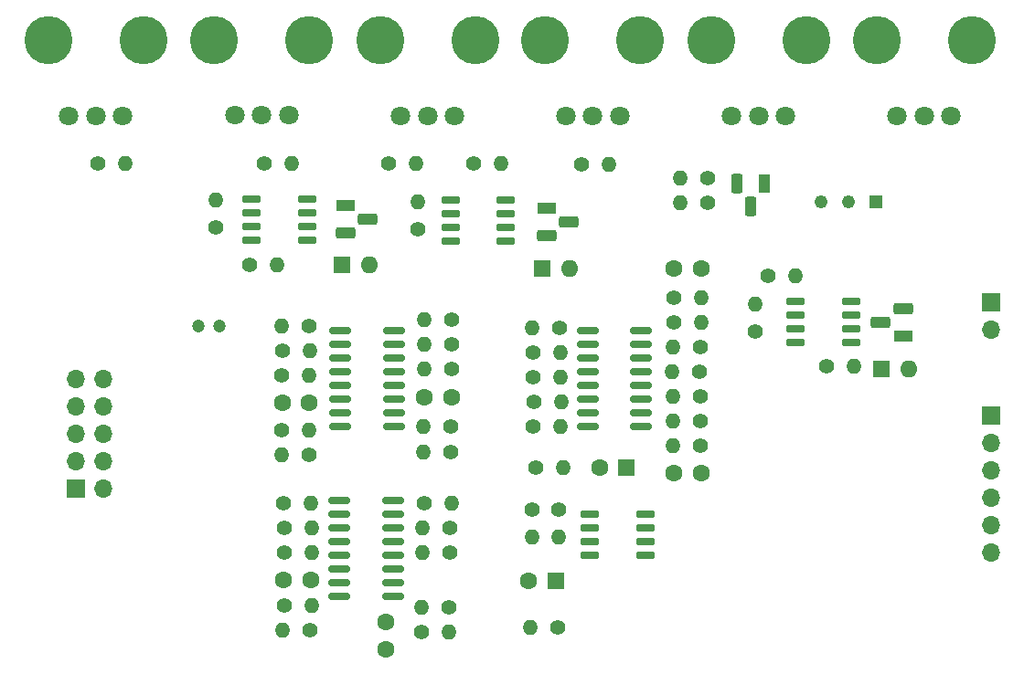
<source format=gts>
%TF.GenerationSoftware,KiCad,Pcbnew,8.0.8*%
%TF.CreationDate,2025-06-29T12:52:17+09:00*%
%TF.ProjectId,VCFSeparate,56434653-6570-4617-9261-74652e6b6963,rev?*%
%TF.SameCoordinates,Original*%
%TF.FileFunction,Soldermask,Top*%
%TF.FilePolarity,Negative*%
%FSLAX46Y46*%
G04 Gerber Fmt 4.6, Leading zero omitted, Abs format (unit mm)*
G04 Created by KiCad (PCBNEW 8.0.8) date 2025-06-29 12:52:17*
%MOMM*%
%LPD*%
G01*
G04 APERTURE LIST*
G04 Aperture macros list*
%AMRoundRect*
0 Rectangle with rounded corners*
0 $1 Rounding radius*
0 $2 $3 $4 $5 $6 $7 $8 $9 X,Y pos of 4 corners*
0 Add a 4 corners polygon primitive as box body*
4,1,4,$2,$3,$4,$5,$6,$7,$8,$9,$2,$3,0*
0 Add four circle primitives for the rounded corners*
1,1,$1+$1,$2,$3*
1,1,$1+$1,$4,$5*
1,1,$1+$1,$6,$7*
1,1,$1+$1,$8,$9*
0 Add four rect primitives between the rounded corners*
20,1,$1+$1,$2,$3,$4,$5,0*
20,1,$1+$1,$4,$5,$6,$7,0*
20,1,$1+$1,$6,$7,$8,$9,0*
20,1,$1+$1,$8,$9,$2,$3,0*%
G04 Aperture macros list end*
%ADD10C,1.600000*%
%ADD11C,1.400000*%
%ADD12O,1.400000X1.400000*%
%ADD13R,1.600000X1.600000*%
%ADD14O,1.600000X1.600000*%
%ADD15R,1.217000X1.217000*%
%ADD16C,1.217000*%
%ADD17R,1.700000X1.700000*%
%ADD18O,1.700000X1.700000*%
%ADD19RoundRect,0.150000X-0.725000X-0.150000X0.725000X-0.150000X0.725000X0.150000X-0.725000X0.150000X0*%
%ADD20C,1.800000*%
%ADD21C,4.455000*%
%ADD22RoundRect,0.150000X-0.825000X-0.150000X0.825000X-0.150000X0.825000X0.150000X-0.825000X0.150000X0*%
%ADD23R,1.800000X1.100000*%
%ADD24RoundRect,0.275000X0.625000X-0.275000X0.625000X0.275000X-0.625000X0.275000X-0.625000X-0.275000X0*%
%ADD25C,1.200000*%
%ADD26R,1.100000X1.800000*%
%ADD27RoundRect,0.275000X0.275000X0.625000X-0.275000X0.625000X-0.275000X-0.625000X0.275000X-0.625000X0*%
%ADD28RoundRect,0.275000X-0.625000X0.275000X-0.625000X-0.275000X0.625000X-0.275000X0.625000X0.275000X0*%
G04 APERTURE END LIST*
D10*
%TO.C,C5*%
X120374000Y-75184000D03*
X122874000Y-75184000D03*
%TD*%
D11*
%TO.C,R45*%
X127889000Y-62053000D03*
D12*
X127889000Y-59513000D03*
%TD*%
D11*
%TO.C,R7*%
X84074000Y-66167000D03*
D12*
X86614000Y-66167000D03*
%TD*%
D11*
%TO.C,R29*%
X123521000Y-50165000D03*
D12*
X120981000Y-50165000D03*
%TD*%
D13*
%TO.C,D2*%
X89633700Y-55880000D03*
D14*
X92173700Y-55880000D03*
%TD*%
D11*
%TO.C,R13*%
X99645000Y-80264000D03*
D12*
X97105000Y-80264000D03*
%TD*%
D10*
%TO.C,C1*%
X97252000Y-68199000D03*
X99752000Y-68199000D03*
%TD*%
D11*
%TO.C,R12*%
X99645000Y-82550000D03*
D12*
X97105000Y-82550000D03*
%TD*%
D13*
%TO.C,D3*%
X139538000Y-65532000D03*
D14*
X142078000Y-65532000D03*
%TD*%
D11*
%TO.C,R46*%
X134458000Y-65278000D03*
D12*
X136998000Y-65278000D03*
%TD*%
D11*
%TO.C,R38*%
X107569000Y-74676000D03*
D12*
X110109000Y-74676000D03*
%TD*%
D15*
%TO.C,VR1*%
X139065000Y-50038000D03*
D16*
X136525000Y-50038000D03*
X133985000Y-50038000D03*
%TD*%
D11*
%TO.C,R4*%
X99822000Y-60960000D03*
D12*
X97282000Y-60960000D03*
%TD*%
D11*
%TO.C,R17*%
X84251000Y-82550000D03*
D12*
X86791000Y-82550000D03*
%TD*%
D11*
%TO.C,R36*%
X122806000Y-68072000D03*
D12*
X120266000Y-68072000D03*
%TD*%
D13*
%TO.C,C7*%
X115988000Y-74676000D03*
D10*
X113488000Y-74676000D03*
%TD*%
D11*
%TO.C,R26*%
X111810000Y-46609000D03*
D12*
X114350000Y-46609000D03*
%TD*%
D17*
%TO.C,J3*%
X149733000Y-59314000D03*
D18*
X149733000Y-61854000D03*
%TD*%
D11*
%TO.C,R20*%
X107362000Y-66294000D03*
D12*
X109902000Y-66294000D03*
%TD*%
D11*
%TO.C,R37*%
X122806000Y-70358000D03*
D12*
X120266000Y-70358000D03*
%TD*%
D11*
%TO.C,R6*%
X99695000Y-73279000D03*
D12*
X97155000Y-73279000D03*
%TD*%
D19*
%TO.C,U7*%
X112564000Y-78994000D03*
X112564000Y-80264000D03*
X112564000Y-81534000D03*
X112564000Y-82804000D03*
X117714000Y-82804000D03*
X117714000Y-81534000D03*
X117714000Y-80264000D03*
X117714000Y-78994000D03*
%TD*%
D11*
%TO.C,R39*%
X96647000Y-52578000D03*
D12*
X96647000Y-50038000D03*
%TD*%
D11*
%TO.C,R22*%
X107377000Y-68580000D03*
D12*
X109917000Y-68580000D03*
%TD*%
D11*
%TO.C,R16*%
X84201000Y-77978000D03*
D12*
X86741000Y-77978000D03*
%TD*%
D10*
%TO.C,C4*%
X86741000Y-85090000D03*
X84241000Y-85090000D03*
%TD*%
D11*
%TO.C,R3*%
X99695000Y-70866000D03*
D12*
X97155000Y-70866000D03*
%TD*%
D11*
%TO.C,R9*%
X84074000Y-71247000D03*
D12*
X86614000Y-71247000D03*
%TD*%
D19*
%TO.C,U5*%
X81280000Y-49784000D03*
X81280000Y-51054000D03*
X81280000Y-52324000D03*
X81280000Y-53594000D03*
X86430000Y-53594000D03*
X86430000Y-52324000D03*
X86430000Y-51054000D03*
X86430000Y-49784000D03*
%TD*%
D10*
%TO.C,C3*%
X93726000Y-89027000D03*
X93726000Y-91527000D03*
%TD*%
D11*
%TO.C,R35*%
X120334000Y-58928000D03*
D12*
X122874000Y-58928000D03*
%TD*%
D20*
%TO.C,VR7*%
X141055000Y-42052000D03*
X143555000Y-42052000D03*
X146055000Y-42052000D03*
D21*
X139155000Y-35052000D03*
X147955000Y-35052000D03*
%TD*%
D22*
%TO.C,U3*%
X112395000Y-61976000D03*
X112395000Y-63246000D03*
X112395000Y-64516000D03*
X112395000Y-65786000D03*
X112395000Y-67056000D03*
X112395000Y-68326000D03*
X112395000Y-69596000D03*
X112395000Y-70866000D03*
X117345000Y-70866000D03*
X117345000Y-69596000D03*
X117345000Y-68326000D03*
X117345000Y-67056000D03*
X117345000Y-65786000D03*
X117345000Y-64516000D03*
X117345000Y-63246000D03*
X117345000Y-61976000D03*
%TD*%
D11*
%TO.C,R8*%
X84124000Y-63881000D03*
D12*
X86664000Y-63881000D03*
%TD*%
D11*
%TO.C,R43*%
X82423000Y-46482000D03*
D12*
X84963000Y-46482000D03*
%TD*%
D23*
%TO.C,Q4*%
X141589000Y-62484000D03*
D24*
X139519000Y-61214000D03*
X141589000Y-59944000D03*
%TD*%
D11*
%TO.C,R23*%
X107327000Y-70866000D03*
D12*
X109867000Y-70866000D03*
%TD*%
D11*
%TO.C,R34*%
X122824000Y-72644000D03*
D12*
X120284000Y-72644000D03*
%TD*%
D13*
%TO.C,D1*%
X108204000Y-56261000D03*
D14*
X110744000Y-56261000D03*
%TD*%
D11*
%TO.C,R11*%
X97282000Y-77978000D03*
D12*
X99822000Y-77978000D03*
%TD*%
D13*
%TO.C,C9*%
X109424000Y-85217000D03*
D10*
X106924000Y-85217000D03*
%TD*%
D11*
%TO.C,R2*%
X99772000Y-63246000D03*
D12*
X97232000Y-63246000D03*
%TD*%
D11*
%TO.C,R42*%
X81111000Y-55880000D03*
D12*
X83651000Y-55880000D03*
%TD*%
D11*
%TO.C,R24*%
X84251000Y-87503000D03*
D12*
X86791000Y-87503000D03*
%TD*%
D17*
%TO.C,J1*%
X149733000Y-69850000D03*
D18*
X149733000Y-72390000D03*
X149733000Y-74930000D03*
X149733000Y-77470000D03*
X149733000Y-80010000D03*
X149733000Y-82550000D03*
%TD*%
D11*
%TO.C,R47*%
X109678000Y-78613000D03*
D12*
X109678000Y-81153000D03*
%TD*%
D17*
%TO.C,J2*%
X65000000Y-76620000D03*
D18*
X67540000Y-76620000D03*
X65000000Y-74080000D03*
X67540000Y-74080000D03*
X65000000Y-71540000D03*
X67540000Y-71540000D03*
X65000000Y-69000000D03*
X67540000Y-69000000D03*
X65000000Y-66460000D03*
X67540000Y-66460000D03*
%TD*%
D25*
%TO.C,C8*%
X76297000Y-61595000D03*
X78297000Y-61595000D03*
%TD*%
D11*
%TO.C,R1*%
X99772000Y-65532000D03*
D12*
X97232000Y-65532000D03*
%TD*%
D11*
%TO.C,R18*%
X84251000Y-80264000D03*
D12*
X86791000Y-80264000D03*
%TD*%
D11*
%TO.C,R44*%
X129047000Y-56896000D03*
D12*
X131587000Y-56896000D03*
%TD*%
D11*
%TO.C,R48*%
X107265000Y-78613000D03*
D12*
X107265000Y-81153000D03*
%TD*%
D20*
%TO.C,VR4*%
X110358000Y-42052000D03*
X112858000Y-42052000D03*
X115358000Y-42052000D03*
D21*
X108458000Y-35052000D03*
X117258000Y-35052000D03*
%TD*%
D20*
%TO.C,VR2*%
X125725000Y-42052000D03*
X128225000Y-42052000D03*
X130725000Y-42052000D03*
D21*
X123825000Y-35052000D03*
X132625000Y-35052000D03*
%TD*%
D11*
%TO.C,R21*%
X109802000Y-61722000D03*
D12*
X107262000Y-61722000D03*
%TD*%
D10*
%TO.C,C2*%
X86594000Y-68707000D03*
X84094000Y-68707000D03*
%TD*%
D26*
%TO.C,Q1*%
X128728000Y-48368000D03*
D27*
X127458000Y-50438000D03*
X126188000Y-48368000D03*
%TD*%
D20*
%TO.C,VR5*%
X64347000Y-42052000D03*
X66847000Y-42052000D03*
X69347000Y-42052000D03*
D21*
X62447000Y-35052000D03*
X71247000Y-35052000D03*
%TD*%
D11*
%TO.C,R49*%
X109628000Y-89535000D03*
D12*
X107088000Y-89535000D03*
%TD*%
D11*
%TO.C,R25*%
X93980000Y-46482000D03*
D12*
X96520000Y-46482000D03*
%TD*%
D20*
%TO.C,VR6*%
X79714000Y-42040000D03*
X82214000Y-42040000D03*
X84714000Y-42040000D03*
D21*
X77814000Y-35040000D03*
X86614000Y-35040000D03*
%TD*%
D11*
%TO.C,R30*%
X86691000Y-89789000D03*
D12*
X84151000Y-89789000D03*
%TD*%
D23*
%TO.C,Q3*%
X89967000Y-50419000D03*
D28*
X92037000Y-51689000D03*
X89967000Y-52959000D03*
%TD*%
D22*
%TO.C,U2*%
X89411000Y-77724000D03*
X89411000Y-78994000D03*
X89411000Y-80264000D03*
X89411000Y-81534000D03*
X89411000Y-82804000D03*
X89411000Y-84074000D03*
X89411000Y-85344000D03*
X89411000Y-86614000D03*
X94361000Y-86614000D03*
X94361000Y-85344000D03*
X94361000Y-84074000D03*
X94361000Y-82804000D03*
X94361000Y-81534000D03*
X94361000Y-80264000D03*
X94361000Y-78994000D03*
X94361000Y-77724000D03*
%TD*%
D11*
%TO.C,R10*%
X86564000Y-73533000D03*
D12*
X84024000Y-73533000D03*
%TD*%
D11*
%TO.C,R5*%
X86564000Y-61595000D03*
D12*
X84024000Y-61595000D03*
%TD*%
D11*
%TO.C,R14*%
X99518000Y-87630000D03*
D12*
X96978000Y-87630000D03*
%TD*%
D22*
%TO.C,U1*%
X89473000Y-61976000D03*
X89473000Y-63246000D03*
X89473000Y-64516000D03*
X89473000Y-65786000D03*
X89473000Y-67056000D03*
X89473000Y-68326000D03*
X89473000Y-69596000D03*
X89473000Y-70866000D03*
X94423000Y-70866000D03*
X94423000Y-69596000D03*
X94423000Y-68326000D03*
X94423000Y-67056000D03*
X94423000Y-65786000D03*
X94423000Y-64516000D03*
X94423000Y-63246000D03*
X94423000Y-61976000D03*
%TD*%
D23*
%TO.C,Q2*%
X108566000Y-50673000D03*
D28*
X110636000Y-51943000D03*
X108566000Y-53213000D03*
%TD*%
D11*
%TO.C,R40*%
X101854000Y-46482000D03*
D12*
X104394000Y-46482000D03*
%TD*%
D11*
%TO.C,R28*%
X123521000Y-47879000D03*
D12*
X120981000Y-47879000D03*
%TD*%
D11*
%TO.C,R32*%
X122729000Y-65786000D03*
D12*
X120189000Y-65786000D03*
%TD*%
D11*
%TO.C,R31*%
X120366000Y-61214000D03*
D12*
X122906000Y-61214000D03*
%TD*%
D10*
%TO.C,C6*%
X120374000Y-56261000D03*
X122874000Y-56261000D03*
%TD*%
D19*
%TO.C,U4*%
X99660000Y-49911000D03*
X99660000Y-51181000D03*
X99660000Y-52451000D03*
X99660000Y-53721000D03*
X104810000Y-53721000D03*
X104810000Y-52451000D03*
X104810000Y-51181000D03*
X104810000Y-49911000D03*
%TD*%
%TO.C,U6*%
X131629000Y-59309000D03*
X131629000Y-60579000D03*
X131629000Y-61849000D03*
X131629000Y-63119000D03*
X136779000Y-63119000D03*
X136779000Y-61849000D03*
X136779000Y-60579000D03*
X136779000Y-59309000D03*
%TD*%
D11*
%TO.C,R41*%
X77978000Y-52451000D03*
D12*
X77978000Y-49911000D03*
%TD*%
D11*
%TO.C,R33*%
X122806000Y-63500000D03*
D12*
X120266000Y-63500000D03*
%TD*%
D11*
%TO.C,R19*%
X107362000Y-64008000D03*
D12*
X109902000Y-64008000D03*
%TD*%
D20*
%TO.C,VR3*%
X95081000Y-42052000D03*
X97581000Y-42052000D03*
X100081000Y-42052000D03*
D21*
X93181000Y-35052000D03*
X101981000Y-35052000D03*
%TD*%
D11*
%TO.C,R27*%
X66979000Y-46482000D03*
D12*
X69519000Y-46482000D03*
%TD*%
D11*
%TO.C,R15*%
X97028000Y-89916000D03*
D12*
X99568000Y-89916000D03*
%TD*%
M02*

</source>
